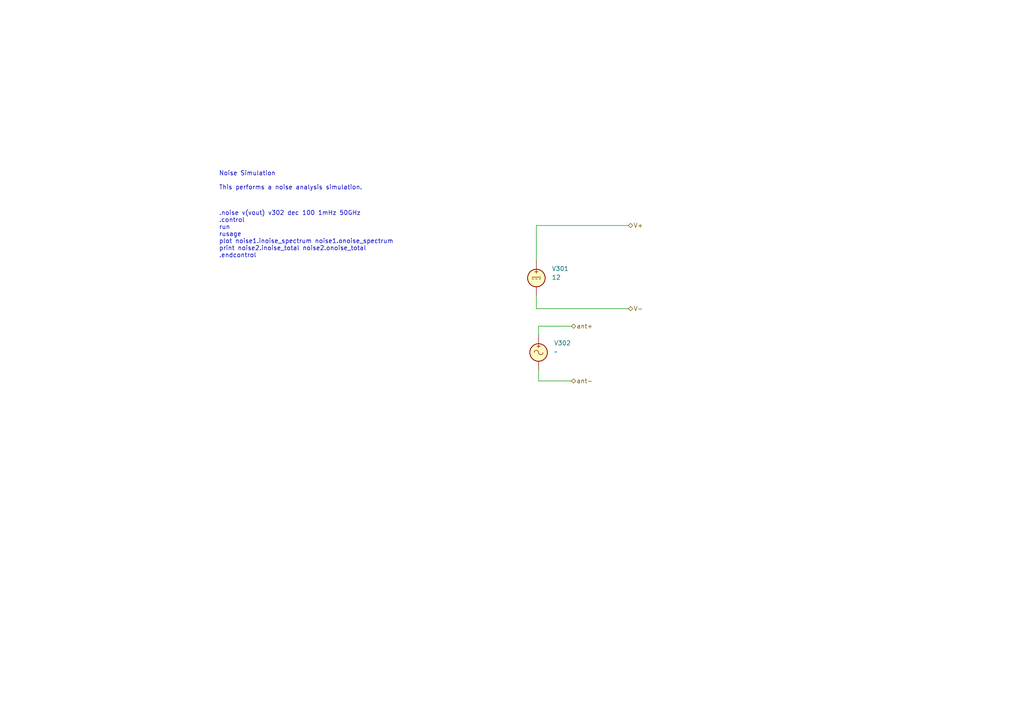
<source format=kicad_sch>
(kicad_sch (version 20211123) (generator eeschema)
  (paper "A4")
  (lib_symbols
    (symbol "Simulation_SPICE:VDC" (pin_numbers hide) (pin_names (offset 0.0254))
      (property "Reference" "V" (at 2.54 2.54 0))
      (property "Value" "VDC" (at 2.54 0 0))
      (property "Spice_Model" "dc(1)" (at 2.54 -2.54 0))
      (symbol "VDC_0_0"
        (polyline (pts (xy -1.27 0.254) (xy 1.27 0.254)))
        (polyline (pts (xy -0.762 -0.254) (xy -1.27 -0.254)))
        (polyline (pts (xy 0.254 -0.254) (xy -0.254 -0.254)))
        (polyline (pts (xy 1.27 -0.254) (xy 0.762 -0.254)))
        (text "+" (at 0 1.905 0) (effects (font (size 1.27 1.27))))
      )
      (symbol "VDC_0_1"
        (circle (center 0 0) (radius 2.54) (stroke (width 0.254)) (fill (type background)))
      )
      (symbol "VDC_1_1"
        (pin passive line (at 0 5.08 270) (length 2.54) (name "~") (number "1"))
        (pin passive line (at 0 -5.08 90) (length 2.54) (name "~") (number "2"))
      )
    )
    (symbol "Simulation_SPICE:VSIN" (pin_numbers hide) (pin_names (offset 0.0254))
      (property "Reference" "V" (at 2.54 2.54 0))
      (property "Value" "VSIN" (at 2.54 0 0))
      (property "Spice_Model" "sin(0 1 1k)" (at 2.54 -2.54 0))
      (symbol "VSIN_0_0"
        (arc (start 0 0) (mid -0.635 0.635) (end -1.27 0))
        (arc (start 0 0) (mid 0.635 -0.635) (end 1.27 0))
        (text "+" (at 0 1.905 0) (effects (font (size 1.27 1.27))))
      )
      (symbol "VSIN_0_1"
        (circle (center 0 0) (radius 2.54) (stroke (width 0.254)) (fill (type background)))
      )
      (symbol "VSIN_1_1"
        (pin passive line (at 0 5.08 270) (length 2.54) (name "~") (number "1"))
        (pin passive line (at 0 -5.08 90) (length 2.54) (name "~") (number "2"))
      )
    )
  )
  (wire (pts (xy 155.575 85.725) (xy 155.575 89.535)))
  (wire (pts (xy 156.21 110.49) (xy 165.735 110.49)))
  (wire (pts (xy 156.21 97.155) (xy 156.21 94.615)))
  (wire (pts (xy 156.21 107.315) (xy 156.21 110.49)))
  (wire (pts (xy 155.575 65.405) (xy 155.575 75.565)))
  (wire (pts (xy 156.21 94.615) (xy 165.735 94.615)))
  (wire (pts (xy 155.575 89.535) (xy 182.245 89.535)))
  (wire (pts (xy 155.575 65.405) (xy 182.245 65.405)))
  (text "Noise Simulation\n\nThis performs a noise analysis simulation." (at 63.5 55.245 0) (effects (font (size 1.27 1.27)) (justify left bottom)))
  (text ".noise v(vout) v302 dec 100 1mHz 50GHz\n.control\nrun\nrusage\nplot noise1.inoise_spectrum noise1.onoise_spectrum\nprint noise2.inoise_total noise2.onoise_total\n.endcontrol" (at 63.5 74.93 0) (effects (font (size 1.27 1.27)) (justify left bottom)))
  (hierarchical_label "ant-" (shape bidirectional) (at 165.735 110.49 0))
  (hierarchical_label "V-" (shape bidirectional) (at 182.245 89.535 0))
  (hierarchical_label "ant+" (shape bidirectional) (at 165.735 94.615 0))
  (hierarchical_label "V+" (shape bidirectional) (at 182.245 65.405 0))
  (symbol (lib_id "Simulation_SPICE:VDC") (at 155.575 80.645 0) (unit 1)
    (property "Reference" "V301" (at 160.02 77.9151 0) (effects (justify left)))
    (property "Value" "~" (at 160.02 80.4551 0) (effects (justify left)))
    (property "Spice_Netlist_Enabled" "Y" (effects hide))
    (property "Spice_Primitive" "V" (effects hide))
    (property "Spice_Model" "dc 12" (at 160.02 82.9951 0) (effects (justify left)))
  )
  (symbol (lib_id "Simulation_SPICE:VSIN") (at 156.21 102.235 0) (unit 1)
    (property "Reference" "V302" (at 160.655 99.5051 0) (effects (justify left)))
    (property "Value" "~" (at 160.655 102.0451 0) (effects (justify left)))
    (property "Spice_Netlist_Enabled" "Y" (effects hide))
    (property "Spice_Primitive" "V" (effects hide))
    (property "Spice_Model" "dc 0 ac 1 sin(0 20nV 7.8)" (at 160.655 104.5851 0) (effects (justify left)))
  )
)
</source>
